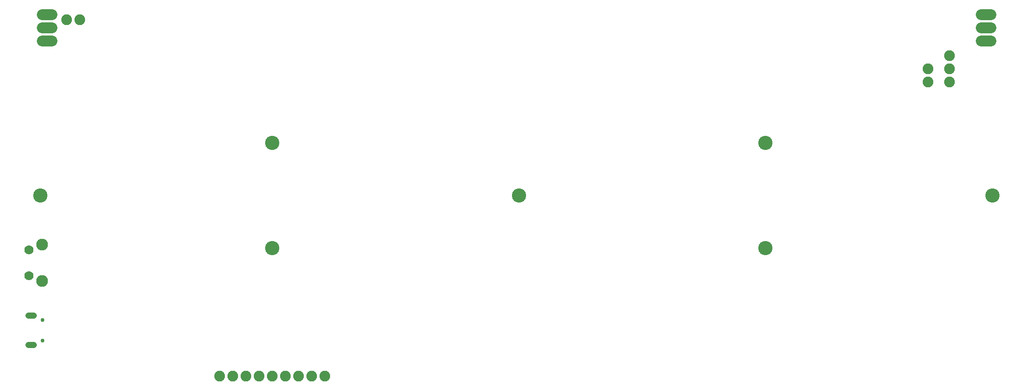
<source format=gbs>
G75*
%MOIN*%
%OFA0B0*%
%FSLAX25Y25*%
%IPPOS*%
%LPD*%
%AMOC8*
5,1,8,0,0,1.08239X$1,22.5*
%
%ADD10C,0.10800*%
%ADD11C,0.02965*%
%ADD12C,0.04800*%
%ADD13C,0.08200*%
%ADD14C,0.09000*%
%ADD15C,0.07000*%
%ADD16C,0.08200*%
D10*
X0258502Y0126600D03*
X0258502Y0206600D03*
X0082252Y0166600D03*
X0446002Y0166600D03*
X0633502Y0126600D03*
X0633502Y0206600D03*
X0806252Y0166600D03*
D11*
X0083763Y0071974D03*
X0083763Y0056226D03*
D12*
X0077102Y0052978D02*
X0073102Y0052978D01*
X0073102Y0075222D02*
X0077102Y0075222D01*
D13*
X0218502Y0029100D03*
X0228502Y0029100D03*
X0238502Y0029100D03*
X0248502Y0029100D03*
X0258502Y0029100D03*
X0268502Y0029100D03*
X0278502Y0029100D03*
X0288502Y0029100D03*
X0298502Y0029100D03*
X0757252Y0252850D03*
X0757252Y0262850D03*
X0773502Y0262850D03*
X0773502Y0252850D03*
X0773502Y0272850D03*
X0112252Y0300350D03*
X0102252Y0300350D03*
D14*
X0083344Y0129130D03*
X0083344Y0101570D03*
D15*
X0073502Y0105507D03*
X0073502Y0125193D03*
D16*
X0083552Y0284100D02*
X0090952Y0284100D01*
X0090952Y0294100D02*
X0083552Y0294100D01*
X0083552Y0304100D02*
X0090952Y0304100D01*
X0797302Y0304100D02*
X0804702Y0304100D01*
X0804702Y0294100D02*
X0797302Y0294100D01*
X0797302Y0284100D02*
X0804702Y0284100D01*
M02*

</source>
